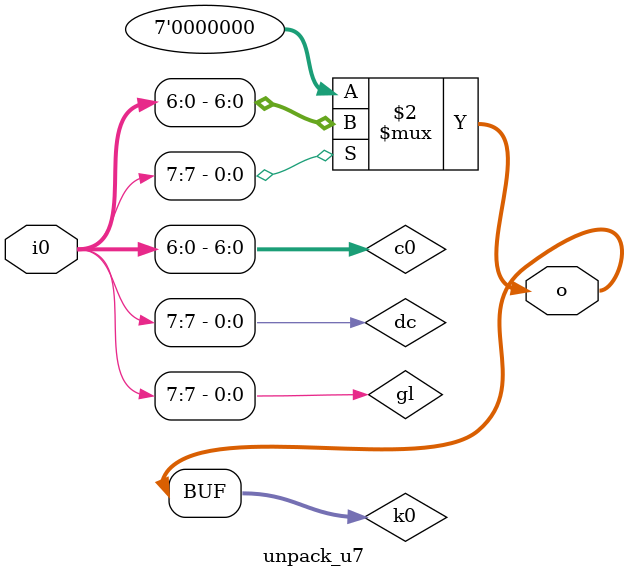
<source format=v>
module unpack_u7 (
  input      [7:0] i0,
  output reg [6:0] o
);

// i = $.wire()
reg [0:0] gl;
reg [0:0] dc;
reg [6:0] c0;
reg [6:0] k0;

always @* begin
  // gl = i.msb() // glue bits
  gl[0] = i0[7];
  // c = i.lsb(7) // chunks
  c0 = i0[6:0];
  // dc = gl.expand.up()
  dc[0] = gl[0];
  // k = c.overwrite(dc, 0)
  k0 = dc[0] ? c0 : 7'b0;
  // o = k.glue()
  o = {k0};
end

endmodule

</source>
